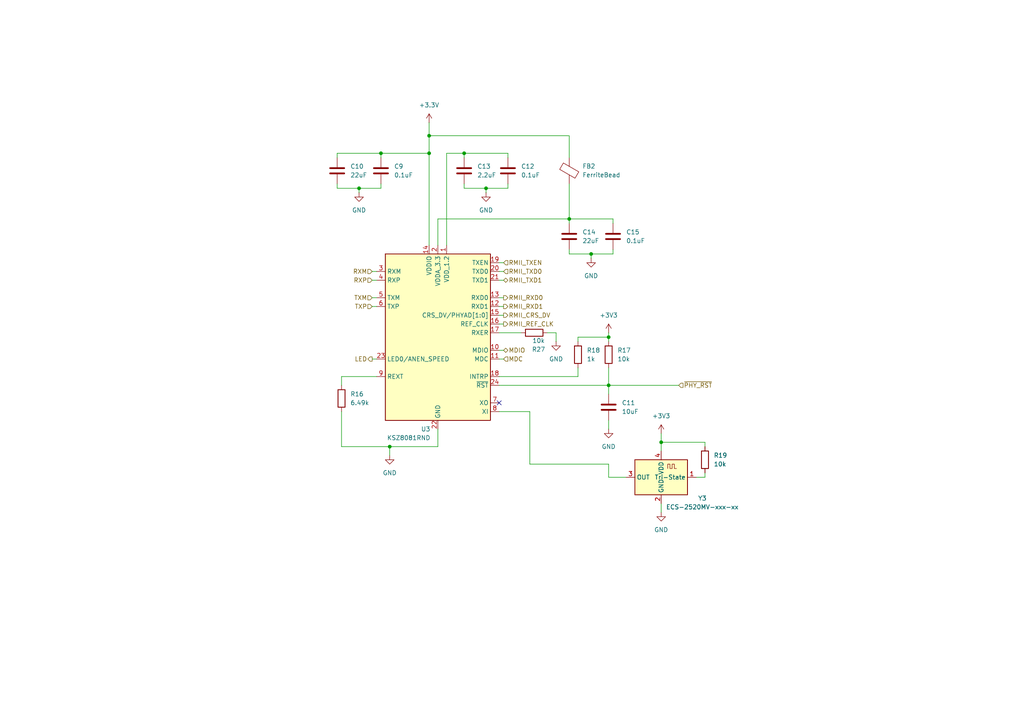
<source format=kicad_sch>
(kicad_sch (version 20250114) (generator "eeschema") (generator_version "9.0")
  (paper "A4")
  (title_block (title "iot-contact"))
  (lib_symbols
    (symbol "Device:C" (pin_numbers (hide yes)) (pin_names (offset 0.254))
      (property "Reference" "C" (at 0.635 2.54 0))
      (property "Value" "C" (at 0.635 -2.54 0))
      (symbol "C_0_1"
        (polyline (pts (xy -2.032 0.762) (xy 2.032 0.762)) (stroke (width 0.508)))
        (polyline (pts (xy -2.032 -0.762) (xy 2.032 -0.762)) (stroke (width 0.508)))
      )
      (symbol "C_1_1"
        (pin passive line (at 0 3.81 270) (length 2.794) (name "~") (number "1"))
        (pin passive line (at 0 -3.81 90) (length 2.794) (name "~") (number "2"))
      )
    )
    (symbol "Device:FerriteBead" (pin_numbers (hide yes)) (pin_names (offset 0))
      (property "Reference" "FB" (at -3.81 0.635 90))
      (property "Value" "FerriteBead" (at 3.81 0 90))
      (symbol "FerriteBead_0_1"
        (polyline (pts (xy -2.7686 0.4064) (xy -1.7018 2.2606) (xy 2.7686 -0.3048) (xy 1.6764 -2.159) (xy -2.7686 0.4064)))
        (polyline (pts (xy 0 1.27) (xy 0 1.2954)))
        (polyline (pts (xy 0 -1.27) (xy 0 -1.2192)))
      )
      (symbol "FerriteBead_1_1"
        (pin passive line (at 0 3.81 270) (length 2.54) (name "~") (number "1"))
        (pin passive line (at 0 -3.81 90) (length 2.54) (name "~") (number "2"))
      )
    )
    (symbol "Device:R" (pin_numbers (hide yes)) (pin_names (offset 0))
      (property "Reference" "R" (at 2.032 0 90))
      (property "Value" "R" (at 0 0 90))
      (symbol "R_0_1"
        (rectangle (start -1.016 -2.54) (end 1.016 2.54) (stroke (width 0.254)))
      )
      (symbol "R_1_1"
        (pin passive line (at 0 3.81 270) (length 1.27) (name "~") (number "1"))
        (pin passive line (at 0 -3.81 90) (length 1.27) (name "~") (number "2"))
      )
    )
    (symbol "Interface_Ethernet:KSZ8081RND"
      (property "Reference" "U" (at -15.24 26.035 0))
      (property "Value" "KSZ8081RND" (at 3.81 26.035 0))
      (symbol "KSZ8081RND_0_1"
        (rectangle (start -15.24 25.4) (end 15.24 -22.86) (stroke (width 0.254)) (fill (type background)))
      )
      (symbol "KSZ8081RND_1_1"
        (pin input line (at -17.78 22.86 0) (length 2.54) (name "TXEN") (number "19"))
        (pin input line (at -17.78 20.32 0) (length 2.54) (name "TXD0") (number "20"))
        (pin bidirectional line (at -17.78 17.78 0) (length 2.54) (name "TXD1") (number "21"))
        (pin output line (at -17.78 12.7 0) (length 2.54) (name "RXD0") (number "13"))
        (pin output line (at -17.78 10.16 0) (length 2.54) (name "RXD1") (number "12"))
        (pin output line (at -17.78 7.62 0) (length 2.54) (name "CRS_DV/PHYAD[1:0]") (number "15"))
        (pin output line (at -17.78 5.08 0) (length 2.54) (name "REF_CLK") (number "16"))
        (pin output line (at -17.78 2.54 0) (length 2.54) (name "RXER") (number "17"))
        (pin bidirectional line (at -17.78 -2.54 0) (length 2.54) (name "MDIO") (number "10"))
        (pin input line (at -17.78 -5.08 0) (length 2.54) (name "MDC") (number "11"))
        (pin bidirectional line (at -17.78 -10.16 0) (length 2.54) (name "INTRP") (number "18"))
        (pin input line (at -17.78 -12.7 0) (length 2.54) (name "~{RST}") (number "24"))
        (pin output line (at -17.78 -17.78 0) (length 2.54) (name "XO") (number "7"))
        (pin input line (at -17.78 -20.32 0) (length 2.54) (name "XI") (number "8"))
        (pin power_out line (at -2.54 27.94 270) (length 2.54) (name "VDD_1.2") (number "1"))
        (pin power_in line (at 0 27.94 270) (length 2.54) (name "VDDA_3.3") (number "2"))
        (pin power_in line (at 0 -25.4 90) (length 2.54) (name "GND") (number "22"))
        (pin passive line (at 0 -25.4 90) (length 2.54) (hide yes) (name "GND") (number "25"))
        (pin power_in line (at 2.54 27.94 270) (length 2.54) (name "VDDIO") (number "14"))
        (pin bidirectional line (at 17.78 20.32 180) (length 2.54) (name "RXM") (number "3"))
        (pin bidirectional line (at 17.78 17.78 180) (length 2.54) (name "RXP") (number "4"))
        (pin bidirectional line (at 17.78 12.7 180) (length 2.54) (name "TXM") (number "5"))
        (pin bidirectional line (at 17.78 10.16 180) (length 2.54) (name "TXP") (number "6"))
        (pin output line (at 17.78 -5.08 180) (length 2.54) (name "LED0/ANEN_SPEED") (number "23"))
        (pin passive line (at 17.78 -10.16 180) (length 2.54) (name "REXT") (number "9"))
      )
    )
    (symbol "Oscillator:ECS-2520MV-xxx-xx"
      (property "Reference" "Y" (at -5.08 6.35 0))
      (property "Value" "ECS-2520MV-xxx-xx" (at 1.27 -6.35 0))
      (symbol "ECS-2520MV-xxx-xx_0_1"
        (rectangle (start -7.62 5.08) (end 7.62 -5.08) (stroke (width 0.254)) (fill (type background)))
        (polyline (pts (xy -4.445 2.54) (xy -3.81 2.54) (xy -3.81 3.81) (xy -3.175 3.81) (xy -3.175 2.54) (xy -2.54 2.54) (xy -2.54 3.81) (xy -1.905 3.81) (xy -1.905 2.54)))
      )
      (symbol "ECS-2520MV-xxx-xx_1_1"
        (pin input line (at -10.16 0 0) (length 2.54) (name "Tri-State") (number "1"))
        (pin power_in line (at 0 7.62 270) (length 2.54) (name "VDD") (number "4"))
        (pin power_in line (at 0 -7.62 90) (length 2.54) (name "GND") (number "2"))
        (pin output line (at 10.16 0 180) (length 2.54) (name "OUT") (number "3"))
      )
    )
    (symbol "power:+3.3V" (power) (pin_numbers (hide yes)) (pin_names (offset 0) (hide yes))
      (property "Value" "+3.3V" (at 0 3.556 0))
      (symbol "+3.3V_0_1"
        (polyline (pts (xy -0.762 1.27) (xy 0 2.54)))
        (polyline (pts (xy 0 2.54) (xy 0.762 1.27)))
        (polyline (pts (xy 0 0) (xy 0 2.54)))
      )
      (symbol "+3.3V_1_1"
        (pin power_in line (at 0 0 90) (length 0) (name "~") (number "1"))
      )
    )
    (symbol "power:+3V3" (power) (pin_numbers (hide yes)) (pin_names (offset 0) (hide yes))
      (property "Value" "+3V3" (at 0 3.556 0))
      (symbol "+3V3_0_1"
        (polyline (pts (xy -0.762 1.27) (xy 0 2.54)))
        (polyline (pts (xy 0 2.54) (xy 0.762 1.27)))
        (polyline (pts (xy 0 0) (xy 0 2.54)))
      )
      (symbol "+3V3_1_1"
        (pin power_in line (at 0 0 90) (length 0) (name "~") (number "1"))
      )
    )
    (symbol "power:GND" (power) (pin_numbers (hide yes)) (pin_names (offset 0) (hide yes))
      (property "Value" "GND" (at 0 -3.81 0))
      (symbol "GND_0_1"
        (polyline (pts (xy 0 0) (xy 0 -1.27) (xy 1.27 -1.27) (xy 0 -2.54) (xy -1.27 -1.27) (xy 0 -1.27)))
      )
      (symbol "GND_1_1"
        (pin power_in line (at 0 0 270) (length 0) (name "~") (number "1"))
      )
    )
  )
  (junction (at 165.1 63.5))
  (junction (at 104.14 54.61))
  (junction (at 110.49 44.45))
  (junction (at 134.62 44.45))
  (junction (at 171.45 73.66))
  (junction (at 176.53 97.79))
  (junction (at 124.46 44.45))
  (junction (at 176.53 111.76))
  (junction (at 124.46 39.37))
  (junction (at 140.97 54.61))
  (junction (at 113.03 129.54))
  (junction (at 191.77 128.27))
  (no_connect (at 144.78 116.84))
  (wire (pts (xy 127 129.54) (xy 127 124.46)))
  (wire (pts (xy 107.95 81.28) (xy 109.22 81.28)))
  (wire (pts (xy 104.14 54.61) (xy 104.14 55.88)))
  (wire (pts (xy 201.93 138.43) (xy 204.47 138.43)))
  (wire (pts (xy 134.62 44.45) (xy 134.62 45.72)))
  (wire (pts (xy 167.64 99.06) (xy 167.64 97.79)))
  (wire (pts (xy 144.78 76.2) (xy 146.05 76.2)))
  (wire (pts (xy 204.47 128.27) (xy 191.77 128.27)))
  (wire (pts (xy 144.78 101.6) (xy 146.05 101.6)))
  (wire (pts (xy 99.06 119.38) (xy 99.06 129.54)))
  (wire (pts (xy 144.78 81.28) (xy 146.05 81.28)))
  (wire (pts (xy 176.53 106.68) (xy 176.53 111.76)))
  (wire (pts (xy 177.8 63.5) (xy 177.8 64.77)))
  (wire (pts (xy 124.46 44.45) (xy 124.46 71.12)))
  (wire (pts (xy 191.77 125.73) (xy 191.77 128.27)))
  (wire (pts (xy 176.53 134.62) (xy 153.67 134.62)))
  (wire (pts (xy 144.78 88.9) (xy 146.05 88.9)))
  (wire (pts (xy 181.61 138.43) (xy 176.53 138.43)))
  (wire (pts (xy 204.47 128.27) (xy 204.47 129.54)))
  (wire (pts (xy 110.49 53.34) (xy 110.49 54.61)))
  (wire (pts (xy 97.79 53.34) (xy 97.79 54.61)))
  (wire (pts (xy 165.1 39.37) (xy 124.46 39.37)))
  (wire (pts (xy 99.06 109.22) (xy 109.22 109.22)))
  (wire (pts (xy 134.62 53.34) (xy 134.62 54.61)))
  (wire (pts (xy 176.53 111.76) (xy 176.53 114.3)))
  (wire (pts (xy 144.78 78.74) (xy 146.05 78.74)))
  (wire (pts (xy 127 63.5) (xy 165.1 63.5)))
  (wire (pts (xy 107.95 88.9) (xy 109.22 88.9)))
  (wire (pts (xy 97.79 54.61) (xy 104.14 54.61)))
  (wire (pts (xy 165.1 63.5) (xy 177.8 63.5)))
  (wire (pts (xy 97.79 44.45) (xy 110.49 44.45)))
  (wire (pts (xy 171.45 73.66) (xy 171.45 74.93)))
  (wire (pts (xy 129.54 71.12) (xy 129.54 44.45)))
  (wire (pts (xy 124.46 35.56) (xy 124.46 39.37)))
  (wire (pts (xy 191.77 146.05) (xy 191.77 148.59)))
  (wire (pts (xy 144.78 111.76) (xy 176.53 111.76)))
  (wire (pts (xy 165.1 45.72) (xy 165.1 39.37)))
  (wire (pts (xy 144.78 96.52) (xy 151.13 96.52)))
  (wire (pts (xy 147.32 53.34) (xy 147.32 54.61)))
  (wire (pts (xy 176.53 111.76) (xy 196.85 111.76)))
  (wire (pts (xy 165.1 64.77) (xy 165.1 63.5)))
  (wire (pts (xy 144.78 86.36) (xy 146.05 86.36)))
  (wire (pts (xy 134.62 44.45) (xy 147.32 44.45)))
  (wire (pts (xy 158.75 96.52) (xy 161.29 96.52)))
  (wire (pts (xy 144.78 91.44) (xy 146.05 91.44)))
  (wire (pts (xy 165.1 72.39) (xy 165.1 73.66)))
  (wire (pts (xy 110.49 54.61) (xy 104.14 54.61)))
  (wire (pts (xy 144.78 104.14) (xy 146.05 104.14)))
  (wire (pts (xy 153.67 134.62) (xy 153.67 119.38)))
  (wire (pts (xy 99.06 111.76) (xy 99.06 109.22)))
  (wire (pts (xy 165.1 53.34) (xy 165.1 63.5)))
  (wire (pts (xy 113.03 129.54) (xy 113.03 132.08)))
  (wire (pts (xy 134.62 54.61) (xy 140.97 54.61)))
  (wire (pts (xy 124.46 39.37) (xy 124.46 44.45)))
  (wire (pts (xy 153.67 119.38) (xy 144.78 119.38)))
  (wire (pts (xy 191.77 128.27) (xy 191.77 130.81)))
  (wire (pts (xy 176.53 121.92) (xy 176.53 124.46)))
  (wire (pts (xy 167.64 109.22) (xy 167.64 106.68)))
  (wire (pts (xy 176.53 138.43) (xy 176.53 134.62)))
  (wire (pts (xy 161.29 96.52) (xy 161.29 99.06)))
  (wire (pts (xy 129.54 44.45) (xy 134.62 44.45)))
  (wire (pts (xy 127 71.12) (xy 127 63.5)))
  (wire (pts (xy 147.32 44.45) (xy 147.32 45.72)))
  (wire (pts (xy 177.8 73.66) (xy 171.45 73.66)))
  (wire (pts (xy 110.49 44.45) (xy 124.46 44.45)))
  (wire (pts (xy 140.97 54.61) (xy 140.97 55.88)))
  (wire (pts (xy 110.49 44.45) (xy 110.49 45.72)))
  (wire (pts (xy 176.53 96.52) (xy 176.53 97.79)))
  (wire (pts (xy 113.03 129.54) (xy 127 129.54)))
  (wire (pts (xy 167.64 97.79) (xy 176.53 97.79)))
  (wire (pts (xy 97.79 45.72) (xy 97.79 44.45)))
  (wire (pts (xy 107.95 78.74) (xy 109.22 78.74)))
  (wire (pts (xy 204.47 138.43) (xy 204.47 137.16)))
  (wire (pts (xy 177.8 72.39) (xy 177.8 73.66)))
  (wire (pts (xy 107.95 104.14) (xy 109.22 104.14)))
  (wire (pts (xy 99.06 129.54) (xy 113.03 129.54)))
  (wire (pts (xy 147.32 54.61) (xy 140.97 54.61)))
  (wire (pts (xy 107.95 86.36) (xy 109.22 86.36)))
  (wire (pts (xy 144.78 109.22) (xy 167.64 109.22)))
  (wire (pts (xy 144.78 93.98) (xy 146.05 93.98)))
  (wire (pts (xy 176.53 97.79) (xy 176.53 99.06)))
  (wire (pts (xy 165.1 73.66) (xy 171.45 73.66)))
  (hierarchical_label "RMII_REF_CLK" (shape output) (at 146.05 93.98 0))
  (hierarchical_label "~{PHY_RST}" (shape input) (at 196.85 111.76 0))
  (hierarchical_label "RMII_TXEN" (shape input) (at 146.05 76.2 0))
  (hierarchical_label "MDC" (shape input) (at 146.05 104.14 0))
  (hierarchical_label "RMII_TXD0" (shape input) (at 146.05 78.74 0))
  (hierarchical_label "TXP" (shape input) (at 107.95 88.9 180))
  (hierarchical_label "MDIO" (shape bidirectional) (at 146.05 101.6 0))
  (hierarchical_label "RMII_TXD1" (shape bidirectional) (at 146.05 81.28 0))
  (hierarchical_label "RXP" (shape input) (at 107.95 81.28 180))
  (hierarchical_label "TXM" (shape input) (at 107.95 86.36 180))
  (hierarchical_label "RMII_CRS_DV" (shape output) (at 146.05 91.44 0))
  (hierarchical_label "RMII_RXD1" (shape output) (at 146.05 88.9 0))
  (hierarchical_label "RMII_RXD0" (shape output) (at 146.05 86.36 0))
  (hierarchical_label "RXM" (shape input) (at 107.95 78.74 180))
  (hierarchical_label "LED" (shape output) (at 107.95 104.14 180))
  (symbol (lib_id "Device:C") (at 177.8 68.58 0) (unit 1)
    (property "Reference" "C15" (at 181.61 67.3099 0) (effects (justify left)))
    (property "Value" "0.1uF" (at 181.61 69.8499 0) (effects (justify left)))
    (property "Description" "Unpolarized capacitor" (effects (hide yes)))
  )
  (symbol (lib_id "Oscillator:ECS-2520MV-xxx-xx") (at 191.77 138.43 0) (mirror y) (unit 1)
    (property "Reference" "Y3" (at 203.708 144.526 0))
    (property "Value" "ECS-2520MV-xxx-xx" (at 203.708 147.066 0))
    (property "Footprint" "Oscillator:Oscillator_SMD_ECS_2520MV-xxx-xx-4Pin_2.5x2.0mm" (effects (hide yes)))
    (property "Datasheet" "https://www.ecsxtal.com/store/pdf/ECS-2520MV.pdf" (effects (hide yes)))
    (property "Description" "HCMOS Crystal Clock Oscillator, 2.5x2.0 mm SMD" (effects (hide yes)))
    (property "MPN" "ECS-2520MV-500-BN-TR" (effects (hide yes)))
    (property "Manufacturer" "ECS Inc." (effects (hide yes)))
  )
  (symbol (lib_id "Device:C") (at 134.62 49.53 0) (unit 1)
    (property "Reference" "C13" (at 138.43 48.2599 0) (effects (justify left)))
    (property "Value" "2.2uF" (at 138.43 50.7999 0) (effects (justify left)))
    (property "Description" "Unpolarized capacitor" (effects (hide yes)))
  )
  (symbol (lib_id "Device:R") (at 167.64 102.87 0) (unit 1)
    (property "Reference" "R18" (at 170.18 101.5999 0) (effects (justify left)))
    (property "Value" "1k" (at 170.18 104.1399 0) (effects (justify left)))
    (property "Description" "Resistor" (effects (hide yes)))
  )
  (symbol (lib_id "power:GND") (at 140.97 55.88 0) (unit 1)
    (property "Reference" "#PWR025" (effects (hide yes)))
    (property "Value" "GND" (at 140.97 60.96 0))
    (property "Description" "Power symbol creates a global label with name \"GND\" , ground" (effects (hide yes)))
  )
  (symbol (lib_id "power:GND") (at 113.03 132.08 0) (unit 1)
    (property "Reference" "#PWR020" (effects (hide yes)))
    (property "Value" "GND" (at 113.03 137.16 0))
    (property "Description" "Power symbol creates a global label with name \"GND\" , ground" (effects (hide yes)))
  )
  (symbol (lib_id "power:+3V3") (at 176.53 96.52 0) (unit 1)
    (property "Reference" "#PWR021" (effects (hide yes)))
    (property "Value" "+3V3" (at 176.53 91.44 0))
    (property "Description" "Power symbol creates a global label with name \"+3V3\"" (effects (hide yes)))
  )
  (symbol (lib_id "Device:R") (at 204.47 133.35 0) (unit 1)
    (property "Reference" "R19" (at 207.01 132.0799 0) (effects (justify left)))
    (property "Value" "10k" (at 207.01 134.6199 0) (effects (justify left)))
    (property "Description" "Resistor" (effects (hide yes)))
  )
  (symbol (lib_id "Device:C") (at 176.53 118.11 0) (unit 1)
    (property "Reference" "C11" (at 180.34 116.8399 0) (effects (justify left)))
    (property "Value" "10uF" (at 180.34 119.3799 0) (effects (justify left)))
    (property "Description" "Unpolarized capacitor" (effects (hide yes)))
  )
  (symbol (lib_id "Device:R") (at 99.06 115.57 0) (unit 1)
    (property "Reference" "R16" (at 101.6 114.2999 0) (effects (justify left)))
    (property "Value" "6.49k" (at 101.6 116.8399 0) (effects (justify left)))
    (property "Description" "Resistor" (effects (hide yes)))
  )
  (symbol (lib_id "Device:FerriteBead") (at 165.1 49.53 0) (unit 1)
    (property "Reference" "FB2" (at 168.91 48.2091 0) (effects (justify left)))
    (property "Value" "FerriteBead" (at 168.91 50.7491 0) (effects (justify left)))
    (property "Description" "Ferrite bead" (effects (hide yes)))
  )
  (symbol (lib_id "Interface_Ethernet:KSZ8081RND") (at 127 99.06 0) (mirror y) (unit 1)
    (property "Reference" "U3" (at 124.8567 124.46 0) (effects (justify left)))
    (property "Value" "KSZ8081RND" (at 124.8567 127 0) (effects (justify left)))
    (property "Footprint" "Package_DFN_QFN:QFN-24-1EP_4x4mm_P0.5mm_EP2.6x2.6mm" (effects (hide yes)))
    (property "Datasheet" "http://ww1.microchip.com/downloads/en/DeviceDoc/00002199A.pdf" (effects (hide yes)))
    (property "Description" "10BASE-T/100BASE-TX PHY with RMII Support, 50 MHz input clock, QFN-24" (effects (hide yes)))
  )
  (symbol (lib_id "power:GND") (at 171.45 74.93 0) (unit 1)
    (property "Reference" "#PWR026" (effects (hide yes)))
    (property "Value" "GND" (at 171.45 80.01 0))
    (property "Description" "Power symbol creates a global label with name \"GND\" , ground" (effects (hide yes)))
  )
  (symbol (lib_id "Device:C") (at 165.1 68.58 0) (unit 1)
    (property "Reference" "C14" (at 168.91 67.3099 0) (effects (justify left)))
    (property "Value" "22uF" (at 168.91 69.8499 0) (effects (justify left)))
    (property "Description" "Unpolarized capacitor" (effects (hide yes)))
  )
  (symbol (lib_id "Device:R") (at 154.94 96.52 270) (mirror x) (unit 1)
    (property "Reference" "R27" (at 156.21 101.346 90))
    (property "Value" "10k" (at 156.21 98.806 90))
    (property "Description" "Resistor" (effects (hide yes)))
  )
  (symbol (lib_id "power:GND") (at 176.53 124.46 0) (unit 1)
    (property "Reference" "#PWR022" (effects (hide yes)))
    (property "Value" "GND" (at 176.53 129.54 0))
    (property "Description" "Power symbol creates a global label with name \"GND\" , ground" (effects (hide yes)))
  )
  (symbol (lib_id "power:GND") (at 161.29 99.06 0) (unit 1)
    (property "Reference" "#PWR041" (effects (hide yes)))
    (property "Value" "GND" (at 161.29 104.14 0))
    (property "Description" "Power symbol creates a global label with name \"GND\" , ground" (effects (hide yes)))
  )
  (symbol (lib_id "power:+3.3V") (at 124.46 35.56 0) (unit 1)
    (property "Reference" "#PWR07" (effects (hide yes)))
    (property "Value" "+3.3V" (at 124.46 30.48 0))
    (property "Description" "Power symbol creates a global label with name \"+3.3V\"" (effects (hide yes)))
  )
  (symbol (lib_id "Device:R") (at 176.53 102.87 0) (unit 1)
    (property "Reference" "R17" (at 179.07 101.5999 0) (effects (justify left)))
    (property "Value" "10k" (at 179.07 104.1399 0) (effects (justify left)))
    (property "Description" "Resistor" (effects (hide yes)))
  )
  (symbol (lib_id "Device:C") (at 110.49 49.53 0) (unit 1)
    (property "Reference" "C9" (at 114.3 48.2599 0) (effects (justify left)))
    (property "Value" "0.1uF" (at 114.3 50.7999 0) (effects (justify left)))
    (property "Description" "Unpolarized capacitor" (effects (hide yes)))
  )
  (symbol (lib_id "Device:C") (at 97.79 49.53 0) (unit 1)
    (property "Reference" "C10" (at 101.6 48.2599 0) (effects (justify left)))
    (property "Value" "22uF" (at 101.6 50.7999 0) (effects (justify left)))
    (property "Description" "Unpolarized capacitor" (effects (hide yes)))
  )
  (symbol (lib_id "power:GND") (at 104.14 55.88 0) (unit 1)
    (property "Reference" "#PWR019" (effects (hide yes)))
    (property "Value" "GND" (at 104.14 60.96 0))
    (property "Description" "Power symbol creates a global label with name \"GND\" , ground" (effects (hide yes)))
  )
  (symbol (lib_id "Device:C") (at 147.32 49.53 0) (unit 1)
    (property "Reference" "C12" (at 151.13 48.2599 0) (effects (justify left)))
    (property "Value" "0.1uF" (at 151.13 50.7999 0) (effects (justify left)))
    (property "Description" "Unpolarized capacitor" (effects (hide yes)))
  )
  (symbol (lib_id "power:+3V3") (at 191.77 125.73 0) (unit 1)
    (property "Reference" "#PWR024" (effects (hide yes)))
    (property "Value" "+3V3" (at 191.77 120.65 0))
    (property "Description" "Power symbol creates a global label with name \"+3V3\"" (effects (hide yes)))
  )
  (symbol (lib_id "power:GND") (at 191.77 148.59 0) (unit 1)
    (property "Reference" "#PWR023" (effects (hide yes)))
    (property "Value" "GND" (at 191.77 153.67 0))
    (property "Description" "Power symbol creates a global label with name \"GND\" , ground" (effects (hide yes)))
  )
)
</source>
